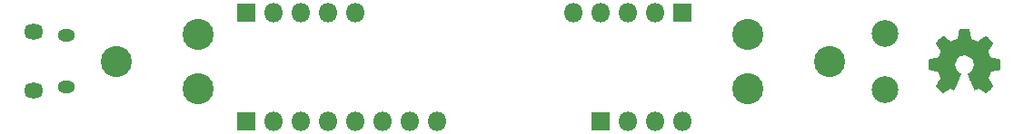
<source format=gbs>
G04 #@! TF.GenerationSoftware,KiCad,Pcbnew,(5.1.5-0-10_14)*
G04 #@! TF.CreationDate,2020-02-01T15:48:52-08:00*
G04 #@! TF.ProjectId,18650,31383635-302e-46b6-9963-61645f706362,rev?*
G04 #@! TF.SameCoordinates,Original*
G04 #@! TF.FileFunction,Soldermask,Bot*
G04 #@! TF.FilePolarity,Negative*
%FSLAX46Y46*%
G04 Gerber Fmt 4.6, Leading zero omitted, Abs format (unit mm)*
G04 Created by KiCad (PCBNEW (5.1.5-0-10_14)) date 2020-02-01 15:48:52*
%MOMM*%
%LPD*%
G04 APERTURE LIST*
%ADD10C,0.010000*%
%ADD11C,2.901600*%
%ADD12O,1.801600X1.801600*%
%ADD13R,1.801600X1.801600*%
%ADD14O,1.801600X1.451600*%
%ADD15O,1.601600X1.201600*%
%ADD16C,2.501600*%
G04 APERTURE END LIST*
D10*
G36*
X145994186Y-97443931D02*
G01*
X145910365Y-97888555D01*
X145601080Y-98016053D01*
X145291794Y-98143551D01*
X144920754Y-97891246D01*
X144816843Y-97820996D01*
X144722913Y-97758272D01*
X144643348Y-97705938D01*
X144582530Y-97666857D01*
X144544843Y-97643893D01*
X144534579Y-97638942D01*
X144516090Y-97651676D01*
X144476580Y-97686882D01*
X144420478Y-97740062D01*
X144352213Y-97806718D01*
X144276214Y-97882354D01*
X144196908Y-97962472D01*
X144118725Y-98042574D01*
X144046093Y-98118164D01*
X143983441Y-98184745D01*
X143935197Y-98237818D01*
X143905790Y-98272887D01*
X143898759Y-98284623D01*
X143908877Y-98306260D01*
X143937241Y-98353662D01*
X143980871Y-98422193D01*
X144036782Y-98507215D01*
X144101994Y-98604093D01*
X144139781Y-98659350D01*
X144208657Y-98760248D01*
X144269860Y-98851299D01*
X144320422Y-98927970D01*
X144357372Y-98985728D01*
X144377742Y-99020043D01*
X144380803Y-99027254D01*
X144373864Y-99047748D01*
X144354949Y-99095513D01*
X144326913Y-99163832D01*
X144292609Y-99245989D01*
X144254891Y-99335270D01*
X144216613Y-99424958D01*
X144180630Y-99508338D01*
X144149794Y-99578694D01*
X144126961Y-99629310D01*
X144114983Y-99653471D01*
X144114276Y-99654422D01*
X144095469Y-99659036D01*
X144045382Y-99669328D01*
X143969207Y-99684287D01*
X143872135Y-99702901D01*
X143759357Y-99724159D01*
X143693558Y-99736418D01*
X143573050Y-99759362D01*
X143464203Y-99781195D01*
X143372524Y-99800722D01*
X143303519Y-99816748D01*
X143262696Y-99828079D01*
X143254489Y-99831674D01*
X143246452Y-99856006D01*
X143239967Y-99910959D01*
X143235030Y-99990108D01*
X143231636Y-100087026D01*
X143229782Y-100195287D01*
X143229462Y-100308465D01*
X143230673Y-100420135D01*
X143233410Y-100523868D01*
X143237669Y-100613241D01*
X143243445Y-100681826D01*
X143250733Y-100723197D01*
X143255105Y-100731810D01*
X143281236Y-100742133D01*
X143336607Y-100756892D01*
X143413893Y-100774352D01*
X143505770Y-100792780D01*
X143537842Y-100798741D01*
X143692476Y-100827066D01*
X143814625Y-100849876D01*
X143908327Y-100868080D01*
X143977616Y-100882583D01*
X144026529Y-100894292D01*
X144059103Y-100904115D01*
X144079372Y-100912956D01*
X144091374Y-100921724D01*
X144093053Y-100923457D01*
X144109816Y-100951371D01*
X144135386Y-101005695D01*
X144167212Y-101079777D01*
X144202740Y-101166965D01*
X144239417Y-101260608D01*
X144274689Y-101354052D01*
X144306004Y-101440647D01*
X144330807Y-101513740D01*
X144346546Y-101566678D01*
X144350668Y-101592811D01*
X144350324Y-101593726D01*
X144336359Y-101615086D01*
X144304678Y-101662084D01*
X144258609Y-101729827D01*
X144201482Y-101813423D01*
X144136627Y-101907982D01*
X144118157Y-101934854D01*
X144052301Y-102032275D01*
X143994350Y-102121163D01*
X143947462Y-102196412D01*
X143914793Y-102252920D01*
X143899500Y-102285581D01*
X143898759Y-102289593D01*
X143911608Y-102310684D01*
X143947112Y-102352464D01*
X144000707Y-102410445D01*
X144067829Y-102480135D01*
X144143913Y-102557045D01*
X144224396Y-102636683D01*
X144304713Y-102714561D01*
X144380301Y-102786186D01*
X144446595Y-102847070D01*
X144499031Y-102892721D01*
X144533045Y-102918650D01*
X144542455Y-102922883D01*
X144564357Y-102912912D01*
X144609200Y-102886020D01*
X144669679Y-102846736D01*
X144716211Y-102815117D01*
X144800525Y-102757098D01*
X144900374Y-102688784D01*
X145000527Y-102620579D01*
X145054373Y-102584075D01*
X145236629Y-102460800D01*
X145389619Y-102543520D01*
X145459318Y-102579759D01*
X145518586Y-102607926D01*
X145558689Y-102623991D01*
X145568897Y-102626226D01*
X145581171Y-102609722D01*
X145605387Y-102563082D01*
X145639737Y-102490609D01*
X145682412Y-102396606D01*
X145731606Y-102285374D01*
X145785510Y-102161215D01*
X145842316Y-102028432D01*
X145900218Y-101891327D01*
X145957407Y-101754202D01*
X146012076Y-101621358D01*
X146062416Y-101497098D01*
X146106620Y-101385725D01*
X146142881Y-101291539D01*
X146169391Y-101218844D01*
X146184342Y-101171941D01*
X146186746Y-101155833D01*
X146167689Y-101135286D01*
X146125964Y-101101933D01*
X146070294Y-101062702D01*
X146065622Y-101059599D01*
X145921736Y-100944423D01*
X145805717Y-100810053D01*
X145718570Y-100660784D01*
X145661301Y-100500913D01*
X145634914Y-100334737D01*
X145640415Y-100166552D01*
X145678810Y-100000655D01*
X145751105Y-99841342D01*
X145772374Y-99806487D01*
X145883004Y-99665737D01*
X146013698Y-99552714D01*
X146159936Y-99468003D01*
X146317192Y-99412194D01*
X146480943Y-99385874D01*
X146646667Y-99389630D01*
X146809838Y-99424050D01*
X146965935Y-99489723D01*
X147110433Y-99587235D01*
X147155131Y-99626813D01*
X147268888Y-99750703D01*
X147351782Y-99881124D01*
X147408644Y-100027315D01*
X147440313Y-100172088D01*
X147448131Y-100334860D01*
X147422062Y-100498440D01*
X147364755Y-100657298D01*
X147278856Y-100805906D01*
X147167014Y-100938735D01*
X147031877Y-101050256D01*
X147014117Y-101062011D01*
X146957850Y-101100508D01*
X146915077Y-101133863D01*
X146894628Y-101155160D01*
X146894331Y-101155833D01*
X146898721Y-101178871D01*
X146916124Y-101231157D01*
X146944732Y-101308390D01*
X146982735Y-101406268D01*
X147028326Y-101520491D01*
X147079697Y-101646758D01*
X147135038Y-101780767D01*
X147192542Y-101918218D01*
X147250399Y-102054808D01*
X147306802Y-102186237D01*
X147359942Y-102308205D01*
X147408010Y-102416409D01*
X147449199Y-102506549D01*
X147481699Y-102574323D01*
X147503703Y-102615430D01*
X147512564Y-102626226D01*
X147539640Y-102617819D01*
X147590303Y-102595272D01*
X147655817Y-102562613D01*
X147691841Y-102543520D01*
X147844832Y-102460800D01*
X148027088Y-102584075D01*
X148120125Y-102647228D01*
X148221985Y-102716727D01*
X148317438Y-102782165D01*
X148365250Y-102815117D01*
X148432495Y-102860273D01*
X148489436Y-102896057D01*
X148528646Y-102917938D01*
X148541381Y-102922563D01*
X148559917Y-102910085D01*
X148600941Y-102875252D01*
X148660475Y-102821678D01*
X148734542Y-102752983D01*
X148819165Y-102672781D01*
X148872685Y-102621286D01*
X148966319Y-102529286D01*
X149047241Y-102446999D01*
X149112177Y-102377945D01*
X149157858Y-102325644D01*
X149181011Y-102293616D01*
X149183232Y-102287116D01*
X149172924Y-102262394D01*
X149144439Y-102212405D01*
X149100937Y-102142212D01*
X149045577Y-102056875D01*
X148981520Y-101961456D01*
X148963303Y-101934854D01*
X148896927Y-101838167D01*
X148837378Y-101751117D01*
X148787984Y-101678595D01*
X148752075Y-101625493D01*
X148732981Y-101596703D01*
X148731136Y-101593726D01*
X148733895Y-101570782D01*
X148748538Y-101520336D01*
X148772513Y-101449041D01*
X148803266Y-101363547D01*
X148838244Y-101270507D01*
X148874893Y-101176574D01*
X148910661Y-101088399D01*
X148942994Y-101012634D01*
X148969338Y-100955931D01*
X148987142Y-100924943D01*
X148988407Y-100923457D01*
X148999294Y-100914601D01*
X149017682Y-100905843D01*
X149047606Y-100896277D01*
X149093103Y-100884996D01*
X149158209Y-100871093D01*
X149246961Y-100853663D01*
X149363393Y-100831798D01*
X149511542Y-100804591D01*
X149543618Y-100798741D01*
X149638686Y-100780374D01*
X149721565Y-100762405D01*
X149784930Y-100746569D01*
X149821458Y-100734600D01*
X149826356Y-100731810D01*
X149834427Y-100707072D01*
X149840987Y-100651790D01*
X149846033Y-100572389D01*
X149849559Y-100475296D01*
X149851561Y-100366938D01*
X149852036Y-100253740D01*
X149850977Y-100142128D01*
X149848382Y-100038529D01*
X149844246Y-99949368D01*
X149838563Y-99881072D01*
X149831331Y-99840066D01*
X149826971Y-99831674D01*
X149802698Y-99823208D01*
X149747426Y-99809435D01*
X149666662Y-99791550D01*
X149565912Y-99770748D01*
X149450683Y-99748223D01*
X149387902Y-99736418D01*
X149268787Y-99714151D01*
X149162565Y-99693979D01*
X149074427Y-99676915D01*
X149009566Y-99663969D01*
X148973174Y-99656155D01*
X148967184Y-99654422D01*
X148957061Y-99634890D01*
X148935662Y-99587843D01*
X148905839Y-99520003D01*
X148870445Y-99438091D01*
X148832332Y-99348828D01*
X148794353Y-99258935D01*
X148759360Y-99175135D01*
X148730206Y-99104147D01*
X148709743Y-99052694D01*
X148700823Y-99027497D01*
X148700657Y-99026396D01*
X148710769Y-99006519D01*
X148739117Y-98960777D01*
X148782723Y-98893717D01*
X148838606Y-98809884D01*
X148903787Y-98713826D01*
X148941679Y-98658650D01*
X149010725Y-98557481D01*
X149072050Y-98465630D01*
X149122663Y-98387744D01*
X149159571Y-98328469D01*
X149179782Y-98292451D01*
X149182701Y-98284377D01*
X149170153Y-98265584D01*
X149135463Y-98225457D01*
X149083063Y-98168493D01*
X149017384Y-98099185D01*
X148942856Y-98022031D01*
X148863913Y-97941525D01*
X148784983Y-97862163D01*
X148710500Y-97788440D01*
X148644894Y-97724852D01*
X148592596Y-97675894D01*
X148558039Y-97646061D01*
X148546478Y-97638942D01*
X148527654Y-97648953D01*
X148482631Y-97677078D01*
X148415787Y-97720454D01*
X148331499Y-97776218D01*
X148234144Y-97841506D01*
X148160707Y-97891246D01*
X147789667Y-98143551D01*
X147171095Y-97888555D01*
X147087275Y-97443931D01*
X147003454Y-96999307D01*
X146078006Y-96999307D01*
X145994186Y-97443931D01*
G37*
X145994186Y-97443931D02*
X145910365Y-97888555D01*
X145601080Y-98016053D01*
X145291794Y-98143551D01*
X144920754Y-97891246D01*
X144816843Y-97820996D01*
X144722913Y-97758272D01*
X144643348Y-97705938D01*
X144582530Y-97666857D01*
X144544843Y-97643893D01*
X144534579Y-97638942D01*
X144516090Y-97651676D01*
X144476580Y-97686882D01*
X144420478Y-97740062D01*
X144352213Y-97806718D01*
X144276214Y-97882354D01*
X144196908Y-97962472D01*
X144118725Y-98042574D01*
X144046093Y-98118164D01*
X143983441Y-98184745D01*
X143935197Y-98237818D01*
X143905790Y-98272887D01*
X143898759Y-98284623D01*
X143908877Y-98306260D01*
X143937241Y-98353662D01*
X143980871Y-98422193D01*
X144036782Y-98507215D01*
X144101994Y-98604093D01*
X144139781Y-98659350D01*
X144208657Y-98760248D01*
X144269860Y-98851299D01*
X144320422Y-98927970D01*
X144357372Y-98985728D01*
X144377742Y-99020043D01*
X144380803Y-99027254D01*
X144373864Y-99047748D01*
X144354949Y-99095513D01*
X144326913Y-99163832D01*
X144292609Y-99245989D01*
X144254891Y-99335270D01*
X144216613Y-99424958D01*
X144180630Y-99508338D01*
X144149794Y-99578694D01*
X144126961Y-99629310D01*
X144114983Y-99653471D01*
X144114276Y-99654422D01*
X144095469Y-99659036D01*
X144045382Y-99669328D01*
X143969207Y-99684287D01*
X143872135Y-99702901D01*
X143759357Y-99724159D01*
X143693558Y-99736418D01*
X143573050Y-99759362D01*
X143464203Y-99781195D01*
X143372524Y-99800722D01*
X143303519Y-99816748D01*
X143262696Y-99828079D01*
X143254489Y-99831674D01*
X143246452Y-99856006D01*
X143239967Y-99910959D01*
X143235030Y-99990108D01*
X143231636Y-100087026D01*
X143229782Y-100195287D01*
X143229462Y-100308465D01*
X143230673Y-100420135D01*
X143233410Y-100523868D01*
X143237669Y-100613241D01*
X143243445Y-100681826D01*
X143250733Y-100723197D01*
X143255105Y-100731810D01*
X143281236Y-100742133D01*
X143336607Y-100756892D01*
X143413893Y-100774352D01*
X143505770Y-100792780D01*
X143537842Y-100798741D01*
X143692476Y-100827066D01*
X143814625Y-100849876D01*
X143908327Y-100868080D01*
X143977616Y-100882583D01*
X144026529Y-100894292D01*
X144059103Y-100904115D01*
X144079372Y-100912956D01*
X144091374Y-100921724D01*
X144093053Y-100923457D01*
X144109816Y-100951371D01*
X144135386Y-101005695D01*
X144167212Y-101079777D01*
X144202740Y-101166965D01*
X144239417Y-101260608D01*
X144274689Y-101354052D01*
X144306004Y-101440647D01*
X144330807Y-101513740D01*
X144346546Y-101566678D01*
X144350668Y-101592811D01*
X144350324Y-101593726D01*
X144336359Y-101615086D01*
X144304678Y-101662084D01*
X144258609Y-101729827D01*
X144201482Y-101813423D01*
X144136627Y-101907982D01*
X144118157Y-101934854D01*
X144052301Y-102032275D01*
X143994350Y-102121163D01*
X143947462Y-102196412D01*
X143914793Y-102252920D01*
X143899500Y-102285581D01*
X143898759Y-102289593D01*
X143911608Y-102310684D01*
X143947112Y-102352464D01*
X144000707Y-102410445D01*
X144067829Y-102480135D01*
X144143913Y-102557045D01*
X144224396Y-102636683D01*
X144304713Y-102714561D01*
X144380301Y-102786186D01*
X144446595Y-102847070D01*
X144499031Y-102892721D01*
X144533045Y-102918650D01*
X144542455Y-102922883D01*
X144564357Y-102912912D01*
X144609200Y-102886020D01*
X144669679Y-102846736D01*
X144716211Y-102815117D01*
X144800525Y-102757098D01*
X144900374Y-102688784D01*
X145000527Y-102620579D01*
X145054373Y-102584075D01*
X145236629Y-102460800D01*
X145389619Y-102543520D01*
X145459318Y-102579759D01*
X145518586Y-102607926D01*
X145558689Y-102623991D01*
X145568897Y-102626226D01*
X145581171Y-102609722D01*
X145605387Y-102563082D01*
X145639737Y-102490609D01*
X145682412Y-102396606D01*
X145731606Y-102285374D01*
X145785510Y-102161215D01*
X145842316Y-102028432D01*
X145900218Y-101891327D01*
X145957407Y-101754202D01*
X146012076Y-101621358D01*
X146062416Y-101497098D01*
X146106620Y-101385725D01*
X146142881Y-101291539D01*
X146169391Y-101218844D01*
X146184342Y-101171941D01*
X146186746Y-101155833D01*
X146167689Y-101135286D01*
X146125964Y-101101933D01*
X146070294Y-101062702D01*
X146065622Y-101059599D01*
X145921736Y-100944423D01*
X145805717Y-100810053D01*
X145718570Y-100660784D01*
X145661301Y-100500913D01*
X145634914Y-100334737D01*
X145640415Y-100166552D01*
X145678810Y-100000655D01*
X145751105Y-99841342D01*
X145772374Y-99806487D01*
X145883004Y-99665737D01*
X146013698Y-99552714D01*
X146159936Y-99468003D01*
X146317192Y-99412194D01*
X146480943Y-99385874D01*
X146646667Y-99389630D01*
X146809838Y-99424050D01*
X146965935Y-99489723D01*
X147110433Y-99587235D01*
X147155131Y-99626813D01*
X147268888Y-99750703D01*
X147351782Y-99881124D01*
X147408644Y-100027315D01*
X147440313Y-100172088D01*
X147448131Y-100334860D01*
X147422062Y-100498440D01*
X147364755Y-100657298D01*
X147278856Y-100805906D01*
X147167014Y-100938735D01*
X147031877Y-101050256D01*
X147014117Y-101062011D01*
X146957850Y-101100508D01*
X146915077Y-101133863D01*
X146894628Y-101155160D01*
X146894331Y-101155833D01*
X146898721Y-101178871D01*
X146916124Y-101231157D01*
X146944732Y-101308390D01*
X146982735Y-101406268D01*
X147028326Y-101520491D01*
X147079697Y-101646758D01*
X147135038Y-101780767D01*
X147192542Y-101918218D01*
X147250399Y-102054808D01*
X147306802Y-102186237D01*
X147359942Y-102308205D01*
X147408010Y-102416409D01*
X147449199Y-102506549D01*
X147481699Y-102574323D01*
X147503703Y-102615430D01*
X147512564Y-102626226D01*
X147539640Y-102617819D01*
X147590303Y-102595272D01*
X147655817Y-102562613D01*
X147691841Y-102543520D01*
X147844832Y-102460800D01*
X148027088Y-102584075D01*
X148120125Y-102647228D01*
X148221985Y-102716727D01*
X148317438Y-102782165D01*
X148365250Y-102815117D01*
X148432495Y-102860273D01*
X148489436Y-102896057D01*
X148528646Y-102917938D01*
X148541381Y-102922563D01*
X148559917Y-102910085D01*
X148600941Y-102875252D01*
X148660475Y-102821678D01*
X148734542Y-102752983D01*
X148819165Y-102672781D01*
X148872685Y-102621286D01*
X148966319Y-102529286D01*
X149047241Y-102446999D01*
X149112177Y-102377945D01*
X149157858Y-102325644D01*
X149181011Y-102293616D01*
X149183232Y-102287116D01*
X149172924Y-102262394D01*
X149144439Y-102212405D01*
X149100937Y-102142212D01*
X149045577Y-102056875D01*
X148981520Y-101961456D01*
X148963303Y-101934854D01*
X148896927Y-101838167D01*
X148837378Y-101751117D01*
X148787984Y-101678595D01*
X148752075Y-101625493D01*
X148732981Y-101596703D01*
X148731136Y-101593726D01*
X148733895Y-101570782D01*
X148748538Y-101520336D01*
X148772513Y-101449041D01*
X148803266Y-101363547D01*
X148838244Y-101270507D01*
X148874893Y-101176574D01*
X148910661Y-101088399D01*
X148942994Y-101012634D01*
X148969338Y-100955931D01*
X148987142Y-100924943D01*
X148988407Y-100923457D01*
X148999294Y-100914601D01*
X149017682Y-100905843D01*
X149047606Y-100896277D01*
X149093103Y-100884996D01*
X149158209Y-100871093D01*
X149246961Y-100853663D01*
X149363393Y-100831798D01*
X149511542Y-100804591D01*
X149543618Y-100798741D01*
X149638686Y-100780374D01*
X149721565Y-100762405D01*
X149784930Y-100746569D01*
X149821458Y-100734600D01*
X149826356Y-100731810D01*
X149834427Y-100707072D01*
X149840987Y-100651790D01*
X149846033Y-100572389D01*
X149849559Y-100475296D01*
X149851561Y-100366938D01*
X149852036Y-100253740D01*
X149850977Y-100142128D01*
X149848382Y-100038529D01*
X149844246Y-99949368D01*
X149838563Y-99881072D01*
X149831331Y-99840066D01*
X149826971Y-99831674D01*
X149802698Y-99823208D01*
X149747426Y-99809435D01*
X149666662Y-99791550D01*
X149565912Y-99770748D01*
X149450683Y-99748223D01*
X149387902Y-99736418D01*
X149268787Y-99714151D01*
X149162565Y-99693979D01*
X149074427Y-99676915D01*
X149009566Y-99663969D01*
X148973174Y-99656155D01*
X148967184Y-99654422D01*
X148957061Y-99634890D01*
X148935662Y-99587843D01*
X148905839Y-99520003D01*
X148870445Y-99438091D01*
X148832332Y-99348828D01*
X148794353Y-99258935D01*
X148759360Y-99175135D01*
X148730206Y-99104147D01*
X148709743Y-99052694D01*
X148700823Y-99027497D01*
X148700657Y-99026396D01*
X148710769Y-99006519D01*
X148739117Y-98960777D01*
X148782723Y-98893717D01*
X148838606Y-98809884D01*
X148903787Y-98713826D01*
X148941679Y-98658650D01*
X149010725Y-98557481D01*
X149072050Y-98465630D01*
X149122663Y-98387744D01*
X149159571Y-98328469D01*
X149179782Y-98292451D01*
X149182701Y-98284377D01*
X149170153Y-98265584D01*
X149135463Y-98225457D01*
X149083063Y-98168493D01*
X149017384Y-98099185D01*
X148942856Y-98022031D01*
X148863913Y-97941525D01*
X148784983Y-97862163D01*
X148710500Y-97788440D01*
X148644894Y-97724852D01*
X148592596Y-97675894D01*
X148558039Y-97646061D01*
X148546478Y-97638942D01*
X148527654Y-97648953D01*
X148482631Y-97677078D01*
X148415787Y-97720454D01*
X148331499Y-97776218D01*
X148234144Y-97841506D01*
X148160707Y-97891246D01*
X147789667Y-98143551D01*
X147171095Y-97888555D01*
X147087275Y-97443931D01*
X147003454Y-96999307D01*
X146078006Y-96999307D01*
X145994186Y-97443931D01*
D11*
X75200000Y-97460000D03*
X75200000Y-102540000D03*
X126400000Y-97460000D03*
X126400000Y-102540000D03*
X134020000Y-100000000D03*
X67580000Y-100000000D03*
D12*
X97460000Y-105610000D03*
X94920000Y-105610000D03*
X92380000Y-105610000D03*
X89840000Y-105610000D03*
X87300000Y-105610000D03*
X84760000Y-105610000D03*
X82220000Y-105610000D03*
D13*
X79680000Y-105610000D03*
X112690000Y-105610000D03*
D12*
X115230000Y-105610000D03*
X117770000Y-105610000D03*
X120310000Y-105610000D03*
D14*
X59885000Y-102705000D03*
X59885000Y-97245000D03*
D15*
X62885000Y-102395000D03*
X62885000Y-97555000D03*
D16*
X139150000Y-102675000D03*
X139150000Y-97375000D03*
D13*
X120300000Y-95450000D03*
D12*
X117760000Y-95450000D03*
X115220000Y-95450000D03*
X112680000Y-95450000D03*
X110140000Y-95450000D03*
D13*
X79660000Y-95440000D03*
D12*
X82200000Y-95440000D03*
X84740000Y-95440000D03*
X87280000Y-95440000D03*
X89820000Y-95440000D03*
M02*

</source>
